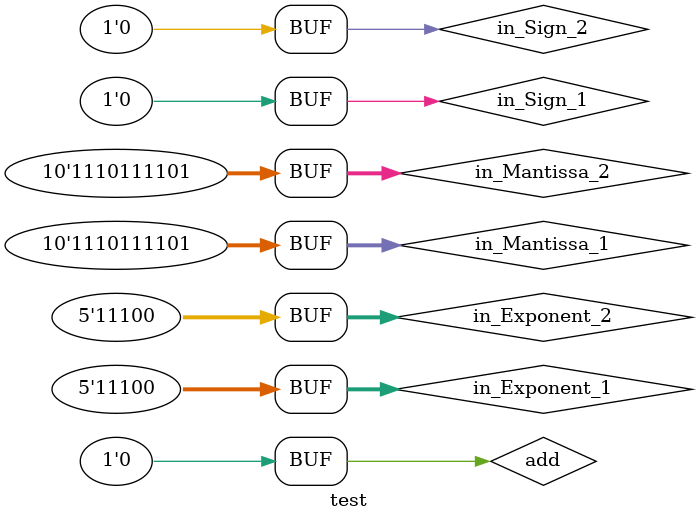
<source format=v>
`include "FAdder.v"

module test;

reg add;

reg in_Sign_1;
reg [5:1] in_Exponent_1;
reg [10:1] in_Mantissa_1;
reg in_Sign_2;
reg [5:1] in_Exponent_2;
reg [10:1] in_Mantissa_2;

wire out_Sign;
wire [5:1] out_Exponent;
wire [10:1] out_Mantissa;

wire Exponent_UnderFlow;
wire Output_OverFlow;

FAdder_HalfPrecision faddr (
    add, 
    in_Sign_1, in_Exponent_1, in_Mantissa_1, 
    in_Sign_2, in_Exponent_2, in_Mantissa_2, 
    out_Sign, out_Exponent, out_Mantissa, 
    SC_Output_OverFlow, SC_Exponent_UnderFlow
    );

initial begin
    $monitor($time, ": op1: %b - %b - %b (%b - %d - %d) , op2: %b - %b - %b (%b - %d - %d) , out: %b - %b - %b (%b - %d - %d), Overflow: %b, Underflow: %b", 
    in_Sign_1, in_Exponent_1, in_Mantissa_1, in_Sign_1, in_Exponent_1, in_Mantissa_1, 
    in_Sign_2, in_Exponent_2, in_Mantissa_2, in_Sign_2, in_Exponent_2, in_Mantissa_2, 
    out_Sign, out_Exponent, out_Mantissa, out_Sign, out_Exponent, out_Mantissa, 
    SC_Output_OverFlow, SC_Exponent_UnderFlow
    );
end

initial begin
    add = 1'b0;
    in_Sign_1 = 1'b0; in_Exponent_1 = 5'b11100; in_Mantissa_1 = 10'b1110111101;
    in_Sign_2 = 1'b0; in_Exponent_2 = 5'b11100; in_Mantissa_2 = 10'b1110111101;
end

endmodule
</source>
